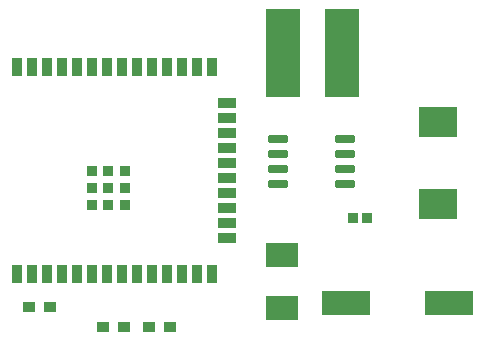
<source format=gtp>
G04*
G04 #@! TF.GenerationSoftware,Altium Limited,Altium Designer,24.2.2 (26)*
G04*
G04 Layer_Color=8421504*
%FSLAX44Y44*%
%MOMM*%
G71*
G04*
G04 #@! TF.SameCoordinates,4FBEA47C-08EE-4C05-AA3B-087DA5EAA6FD*
G04*
G04*
G04 #@! TF.FilePolarity,Positive*
G04*
G01*
G75*
%ADD15R,3.3000X2.5000*%
%ADD16R,4.1000X2.0000*%
%ADD17R,0.8578X0.8621*%
%ADD18R,2.8000X2.0000*%
%ADD19R,1.0000X0.9000*%
%ADD20R,0.9000X0.9000*%
%ADD21R,1.5000X0.9000*%
%ADD22R,0.9000X1.5000*%
%ADD23R,3.0000X7.5000*%
G04:AMPARAMS|DCode=24|XSize=0.65mm|YSize=1.65mm|CornerRadius=0.0488mm|HoleSize=0mm|Usage=FLASHONLY|Rotation=90.000|XOffset=0mm|YOffset=0mm|HoleType=Round|Shape=RoundedRectangle|*
%AMROUNDEDRECTD24*
21,1,0.6500,1.5525,0,0,90.0*
21,1,0.5525,1.6500,0,0,90.0*
1,1,0.0975,0.7763,0.2763*
1,1,0.0975,0.7763,-0.2763*
1,1,0.0975,-0.7763,-0.2763*
1,1,0.0975,-0.7763,0.2763*
%
%ADD24ROUNDEDRECTD24*%
D15*
X367776Y137728D02*
D03*
Y206728D02*
D03*
D16*
X377240Y53864D02*
D03*
X290240D02*
D03*
D17*
X295460Y125746D02*
D03*
X307504D02*
D03*
D18*
X235442Y94398D02*
D03*
Y49398D02*
D03*
D19*
X39226Y50038D02*
D03*
X21226D02*
D03*
X102218Y33782D02*
D03*
X84218D02*
D03*
X140716D02*
D03*
X122716D02*
D03*
D20*
X102362Y165100D02*
D03*
Y151100D02*
D03*
Y137100D02*
D03*
X88362Y165100D02*
D03*
Y151100D02*
D03*
Y137100D02*
D03*
X74362Y165100D02*
D03*
Y151100D02*
D03*
Y137100D02*
D03*
D21*
X188762Y223250D02*
D03*
Y210550D02*
D03*
Y197850D02*
D03*
Y185150D02*
D03*
Y172450D02*
D03*
Y159750D02*
D03*
Y147050D02*
D03*
Y134350D02*
D03*
Y121650D02*
D03*
Y108950D02*
D03*
D22*
X11162Y253600D02*
D03*
X23862D02*
D03*
X36562D02*
D03*
X49262D02*
D03*
X61962D02*
D03*
X74662D02*
D03*
X87362D02*
D03*
X100062D02*
D03*
X112762D02*
D03*
X125462D02*
D03*
X138162D02*
D03*
X150862D02*
D03*
X163562D02*
D03*
X176262D02*
D03*
Y78600D02*
D03*
X163562D02*
D03*
X150862D02*
D03*
X138162D02*
D03*
X125462D02*
D03*
X112762D02*
D03*
X100062D02*
D03*
X87362D02*
D03*
X74662D02*
D03*
X61962D02*
D03*
X49262D02*
D03*
X36562D02*
D03*
X23862D02*
D03*
X11162D02*
D03*
D23*
X236096Y265700D02*
D03*
X286096D02*
D03*
D24*
X288838Y154702D02*
D03*
Y167402D02*
D03*
Y180102D02*
D03*
Y192802D02*
D03*
X232338Y154702D02*
D03*
Y167402D02*
D03*
Y180102D02*
D03*
Y192802D02*
D03*
M02*

</source>
